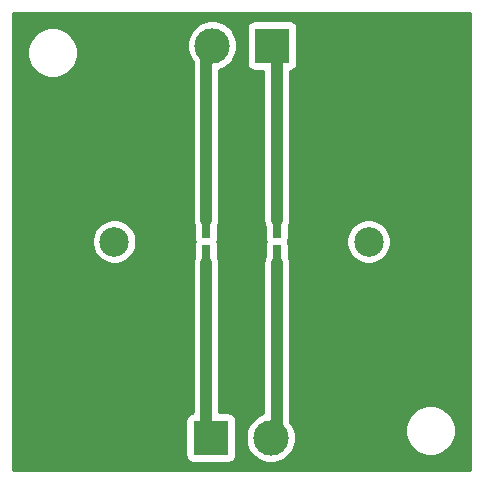
<source format=gtl>
G04 #@! TF.GenerationSoftware,KiCad,Pcbnew,5.1.4-e60b266~84~ubuntu18.04.1*
G04 #@! TF.CreationDate,2019-08-23T19:18:19+05:30*
G04 #@! TF.ProjectId,XHP70.2_breakout_rev2,58485037-302e-4325-9f62-7265616b6f75,rev?*
G04 #@! TF.SameCoordinates,Original*
G04 #@! TF.FileFunction,Copper,L1,Top*
G04 #@! TF.FilePolarity,Positive*
%FSLAX46Y46*%
G04 Gerber Fmt 4.6, Leading zero omitted, Abs format (unit mm)*
G04 Created by KiCad (PCBNEW 5.1.4-e60b266~84~ubuntu18.04.1) date 2019-08-23 19:18:19*
%MOMM*%
%LPD*%
G04 APERTURE LIST*
%ADD10R,0.700000X3.130000*%
%ADD11R,3.900000X6.760000*%
%ADD12R,3.000000X3.000000*%
%ADD13C,3.000000*%
%ADD14C,2.500000*%
%ADD15C,0.800000*%
%ADD16C,1.000000*%
%ADD17C,0.250000*%
%ADD18C,0.254000*%
G04 APERTURE END LIST*
D10*
X27000000Y-31815000D03*
X33000000Y-28185000D03*
D11*
X30000000Y-30000000D03*
D10*
X33000000Y-31815000D03*
X27000000Y-28185000D03*
D12*
X27400000Y-46600000D03*
D13*
X32480000Y-46600000D03*
X27520000Y-13400000D03*
D12*
X32600000Y-13400000D03*
D14*
X19225000Y-30000000D03*
X40775000Y-30000000D03*
D15*
X30000000Y-25500000D03*
X31000000Y-25500000D03*
X31000000Y-24500000D03*
X30000000Y-24500000D03*
X30000000Y-23500000D03*
X31000000Y-23500000D03*
X31000000Y-22500000D03*
X30000000Y-22500000D03*
X30000000Y-21500000D03*
X31000000Y-21500000D03*
X29000000Y-21500000D03*
X29000000Y-22500000D03*
X29000000Y-23500000D03*
X29000000Y-24500000D03*
X29000000Y-25500000D03*
X30000000Y-34500000D03*
X29000000Y-34500000D03*
X29000000Y-35500000D03*
X30000000Y-35500000D03*
X30000000Y-36500000D03*
X29000000Y-36500000D03*
X29000000Y-37500000D03*
X30000000Y-37500000D03*
X30000000Y-38500000D03*
X29000000Y-38500000D03*
X31000000Y-38500000D03*
X31000000Y-37500000D03*
X31000000Y-36500000D03*
X31000000Y-35500000D03*
X31000000Y-34500000D03*
D16*
X27000000Y-46200000D02*
X27400000Y-46600000D01*
X27000000Y-31815000D02*
X27000000Y-46200000D01*
X33000000Y-13800000D02*
X32600000Y-13400000D01*
X33000000Y-28185000D02*
X33000000Y-13800000D01*
D17*
X30000000Y-30000000D02*
X30000000Y-25500000D01*
X31000000Y-25500000D02*
X31000000Y-24500000D01*
X30000000Y-24500000D02*
X30000000Y-23500000D01*
X31000000Y-23500000D02*
X31000000Y-22500000D01*
X30000000Y-22500000D02*
X30000000Y-21500000D01*
X30000000Y-21500000D02*
X29000000Y-21500000D01*
X29000000Y-22500000D02*
X29000000Y-23500000D01*
X29000000Y-24500000D02*
X29000000Y-25500000D01*
X30000000Y-30000000D02*
X30000000Y-33630000D01*
X30000000Y-33630000D02*
X30000000Y-34500000D01*
X29000000Y-34500000D02*
X29000000Y-35500000D01*
X30000000Y-35500000D02*
X30000000Y-36500000D01*
X30000000Y-36500000D02*
X29000000Y-36500000D01*
X29000000Y-37500000D02*
X30000000Y-37500000D01*
X30000000Y-38500000D02*
X29000000Y-38500000D01*
X31000000Y-38500000D02*
X31000000Y-37500000D01*
X31000000Y-36500000D02*
X31000000Y-35500000D01*
X31000000Y-34500000D02*
X30000000Y-34500000D01*
D16*
X33000000Y-46080000D02*
X32480000Y-46600000D01*
X33000000Y-31815000D02*
X33000000Y-46080000D01*
X27000000Y-13920000D02*
X27520000Y-13400000D01*
X27000000Y-28185000D02*
X27000000Y-13920000D01*
D18*
G36*
X49340000Y-49340000D02*
G01*
X10660000Y-49340000D01*
X10660000Y-45100000D01*
X25261928Y-45100000D01*
X25261928Y-48100000D01*
X25274188Y-48224482D01*
X25310498Y-48344180D01*
X25369463Y-48454494D01*
X25448815Y-48551185D01*
X25545506Y-48630537D01*
X25655820Y-48689502D01*
X25775518Y-48725812D01*
X25900000Y-48738072D01*
X28900000Y-48738072D01*
X29024482Y-48725812D01*
X29144180Y-48689502D01*
X29254494Y-48630537D01*
X29351185Y-48551185D01*
X29430537Y-48454494D01*
X29489502Y-48344180D01*
X29525812Y-48224482D01*
X29538072Y-48100000D01*
X29538072Y-46389721D01*
X30345000Y-46389721D01*
X30345000Y-46810279D01*
X30427047Y-47222756D01*
X30587988Y-47611302D01*
X30821637Y-47960983D01*
X31119017Y-48258363D01*
X31468698Y-48492012D01*
X31857244Y-48652953D01*
X32269721Y-48735000D01*
X32690279Y-48735000D01*
X33102756Y-48652953D01*
X33491302Y-48492012D01*
X33840983Y-48258363D01*
X34138363Y-47960983D01*
X34372012Y-47611302D01*
X34532953Y-47222756D01*
X34615000Y-46810279D01*
X34615000Y-46389721D01*
X34532953Y-45977244D01*
X34455279Y-45789721D01*
X43865000Y-45789721D01*
X43865000Y-46210279D01*
X43947047Y-46622756D01*
X44107988Y-47011302D01*
X44341637Y-47360983D01*
X44639017Y-47658363D01*
X44988698Y-47892012D01*
X45377244Y-48052953D01*
X45789721Y-48135000D01*
X46210279Y-48135000D01*
X46622756Y-48052953D01*
X47011302Y-47892012D01*
X47360983Y-47658363D01*
X47658363Y-47360983D01*
X47892012Y-47011302D01*
X48052953Y-46622756D01*
X48135000Y-46210279D01*
X48135000Y-45789721D01*
X48052953Y-45377244D01*
X47892012Y-44988698D01*
X47658363Y-44639017D01*
X47360983Y-44341637D01*
X47011302Y-44107988D01*
X46622756Y-43947047D01*
X46210279Y-43865000D01*
X45789721Y-43865000D01*
X45377244Y-43947047D01*
X44988698Y-44107988D01*
X44639017Y-44341637D01*
X44341637Y-44639017D01*
X44107988Y-44988698D01*
X43947047Y-45377244D01*
X43865000Y-45789721D01*
X34455279Y-45789721D01*
X34372012Y-45588698D01*
X34138363Y-45239017D01*
X34135000Y-45235654D01*
X34135000Y-31759248D01*
X34118577Y-31592501D01*
X34053676Y-31378553D01*
X33988072Y-31255816D01*
X33988072Y-30250000D01*
X33975812Y-30125518D01*
X33939502Y-30005820D01*
X33936391Y-30000000D01*
X33939502Y-29994180D01*
X33975812Y-29874482D01*
X33981734Y-29814344D01*
X38890000Y-29814344D01*
X38890000Y-30185656D01*
X38962439Y-30549834D01*
X39104534Y-30892882D01*
X39310825Y-31201618D01*
X39573382Y-31464175D01*
X39882118Y-31670466D01*
X40225166Y-31812561D01*
X40589344Y-31885000D01*
X40960656Y-31885000D01*
X41324834Y-31812561D01*
X41667882Y-31670466D01*
X41976618Y-31464175D01*
X42239175Y-31201618D01*
X42445466Y-30892882D01*
X42587561Y-30549834D01*
X42660000Y-30185656D01*
X42660000Y-29814344D01*
X42587561Y-29450166D01*
X42445466Y-29107118D01*
X42239175Y-28798382D01*
X41976618Y-28535825D01*
X41667882Y-28329534D01*
X41324834Y-28187439D01*
X40960656Y-28115000D01*
X40589344Y-28115000D01*
X40225166Y-28187439D01*
X39882118Y-28329534D01*
X39573382Y-28535825D01*
X39310825Y-28798382D01*
X39104534Y-29107118D01*
X38962439Y-29450166D01*
X38890000Y-29814344D01*
X33981734Y-29814344D01*
X33988072Y-29750000D01*
X33988072Y-28744184D01*
X34053676Y-28621447D01*
X34118577Y-28407499D01*
X34135000Y-28240752D01*
X34135000Y-15534625D01*
X34224482Y-15525812D01*
X34344180Y-15489502D01*
X34454494Y-15430537D01*
X34551185Y-15351185D01*
X34630537Y-15254494D01*
X34689502Y-15144180D01*
X34725812Y-15024482D01*
X34738072Y-14900000D01*
X34738072Y-11900000D01*
X34725812Y-11775518D01*
X34689502Y-11655820D01*
X34630537Y-11545506D01*
X34551185Y-11448815D01*
X34454494Y-11369463D01*
X34344180Y-11310498D01*
X34224482Y-11274188D01*
X34100000Y-11261928D01*
X31100000Y-11261928D01*
X30975518Y-11274188D01*
X30855820Y-11310498D01*
X30745506Y-11369463D01*
X30648815Y-11448815D01*
X30569463Y-11545506D01*
X30510498Y-11655820D01*
X30474188Y-11775518D01*
X30461928Y-11900000D01*
X30461928Y-14900000D01*
X30474188Y-15024482D01*
X30510498Y-15144180D01*
X30569463Y-15254494D01*
X30648815Y-15351185D01*
X30745506Y-15430537D01*
X30855820Y-15489502D01*
X30975518Y-15525812D01*
X31100000Y-15538072D01*
X31865001Y-15538072D01*
X31865000Y-28240751D01*
X31881423Y-28407498D01*
X31946324Y-28621446D01*
X32011928Y-28744184D01*
X32011928Y-29750000D01*
X32024188Y-29874482D01*
X32060498Y-29994180D01*
X32063609Y-30000000D01*
X32060498Y-30005820D01*
X32024188Y-30125518D01*
X32011928Y-30250000D01*
X32011928Y-31255816D01*
X31946324Y-31378554D01*
X31881423Y-31592502D01*
X31865000Y-31759249D01*
X31865001Y-44545504D01*
X31857244Y-44547047D01*
X31468698Y-44707988D01*
X31119017Y-44941637D01*
X30821637Y-45239017D01*
X30587988Y-45588698D01*
X30427047Y-45977244D01*
X30345000Y-46389721D01*
X29538072Y-46389721D01*
X29538072Y-45100000D01*
X29525812Y-44975518D01*
X29489502Y-44855820D01*
X29430537Y-44745506D01*
X29351185Y-44648815D01*
X29254494Y-44569463D01*
X29144180Y-44510498D01*
X29024482Y-44474188D01*
X28900000Y-44461928D01*
X28135000Y-44461928D01*
X28135000Y-31759248D01*
X28118577Y-31592501D01*
X28053676Y-31378553D01*
X27988072Y-31255816D01*
X27988072Y-30250000D01*
X27975812Y-30125518D01*
X27939502Y-30005820D01*
X27936391Y-30000000D01*
X27939502Y-29994180D01*
X27975812Y-29874482D01*
X27988072Y-29750000D01*
X27988072Y-28744184D01*
X28053676Y-28621447D01*
X28118577Y-28407499D01*
X28135000Y-28240752D01*
X28135000Y-15454496D01*
X28142756Y-15452953D01*
X28531302Y-15292012D01*
X28880983Y-15058363D01*
X29178363Y-14760983D01*
X29412012Y-14411302D01*
X29572953Y-14022756D01*
X29655000Y-13610279D01*
X29655000Y-13189721D01*
X29572953Y-12777244D01*
X29412012Y-12388698D01*
X29178363Y-12039017D01*
X28880983Y-11741637D01*
X28531302Y-11507988D01*
X28142756Y-11347047D01*
X27730279Y-11265000D01*
X27309721Y-11265000D01*
X26897244Y-11347047D01*
X26508698Y-11507988D01*
X26159017Y-11741637D01*
X25861637Y-12039017D01*
X25627988Y-12388698D01*
X25467047Y-12777244D01*
X25385000Y-13189721D01*
X25385000Y-13610279D01*
X25467047Y-14022756D01*
X25627988Y-14411302D01*
X25861637Y-14760983D01*
X25865001Y-14764347D01*
X25865000Y-28240751D01*
X25881423Y-28407498D01*
X25946324Y-28621446D01*
X26011928Y-28744184D01*
X26011928Y-29750000D01*
X26024188Y-29874482D01*
X26060498Y-29994180D01*
X26063609Y-30000000D01*
X26060498Y-30005820D01*
X26024188Y-30125518D01*
X26011928Y-30250000D01*
X26011928Y-31255816D01*
X25946324Y-31378554D01*
X25881423Y-31592502D01*
X25865000Y-31759249D01*
X25865001Y-44465375D01*
X25775518Y-44474188D01*
X25655820Y-44510498D01*
X25545506Y-44569463D01*
X25448815Y-44648815D01*
X25369463Y-44745506D01*
X25310498Y-44855820D01*
X25274188Y-44975518D01*
X25261928Y-45100000D01*
X10660000Y-45100000D01*
X10660000Y-29814344D01*
X17340000Y-29814344D01*
X17340000Y-30185656D01*
X17412439Y-30549834D01*
X17554534Y-30892882D01*
X17760825Y-31201618D01*
X18023382Y-31464175D01*
X18332118Y-31670466D01*
X18675166Y-31812561D01*
X19039344Y-31885000D01*
X19410656Y-31885000D01*
X19774834Y-31812561D01*
X20117882Y-31670466D01*
X20426618Y-31464175D01*
X20689175Y-31201618D01*
X20895466Y-30892882D01*
X21037561Y-30549834D01*
X21110000Y-30185656D01*
X21110000Y-29814344D01*
X21037561Y-29450166D01*
X20895466Y-29107118D01*
X20689175Y-28798382D01*
X20426618Y-28535825D01*
X20117882Y-28329534D01*
X19774834Y-28187439D01*
X19410656Y-28115000D01*
X19039344Y-28115000D01*
X18675166Y-28187439D01*
X18332118Y-28329534D01*
X18023382Y-28535825D01*
X17760825Y-28798382D01*
X17554534Y-29107118D01*
X17412439Y-29450166D01*
X17340000Y-29814344D01*
X10660000Y-29814344D01*
X10660000Y-13789721D01*
X11865000Y-13789721D01*
X11865000Y-14210279D01*
X11947047Y-14622756D01*
X12107988Y-15011302D01*
X12341637Y-15360983D01*
X12639017Y-15658363D01*
X12988698Y-15892012D01*
X13377244Y-16052953D01*
X13789721Y-16135000D01*
X14210279Y-16135000D01*
X14622756Y-16052953D01*
X15011302Y-15892012D01*
X15360983Y-15658363D01*
X15658363Y-15360983D01*
X15892012Y-15011302D01*
X16052953Y-14622756D01*
X16135000Y-14210279D01*
X16135000Y-13789721D01*
X16052953Y-13377244D01*
X15892012Y-12988698D01*
X15658363Y-12639017D01*
X15360983Y-12341637D01*
X15011302Y-12107988D01*
X14622756Y-11947047D01*
X14210279Y-11865000D01*
X13789721Y-11865000D01*
X13377244Y-11947047D01*
X12988698Y-12107988D01*
X12639017Y-12341637D01*
X12341637Y-12639017D01*
X12107988Y-12988698D01*
X11947047Y-13377244D01*
X11865000Y-13789721D01*
X10660000Y-13789721D01*
X10660000Y-10660000D01*
X49340001Y-10660000D01*
X49340000Y-49340000D01*
X49340000Y-49340000D01*
G37*
X49340000Y-49340000D02*
X10660000Y-49340000D01*
X10660000Y-45100000D01*
X25261928Y-45100000D01*
X25261928Y-48100000D01*
X25274188Y-48224482D01*
X25310498Y-48344180D01*
X25369463Y-48454494D01*
X25448815Y-48551185D01*
X25545506Y-48630537D01*
X25655820Y-48689502D01*
X25775518Y-48725812D01*
X25900000Y-48738072D01*
X28900000Y-48738072D01*
X29024482Y-48725812D01*
X29144180Y-48689502D01*
X29254494Y-48630537D01*
X29351185Y-48551185D01*
X29430537Y-48454494D01*
X29489502Y-48344180D01*
X29525812Y-48224482D01*
X29538072Y-48100000D01*
X29538072Y-46389721D01*
X30345000Y-46389721D01*
X30345000Y-46810279D01*
X30427047Y-47222756D01*
X30587988Y-47611302D01*
X30821637Y-47960983D01*
X31119017Y-48258363D01*
X31468698Y-48492012D01*
X31857244Y-48652953D01*
X32269721Y-48735000D01*
X32690279Y-48735000D01*
X33102756Y-48652953D01*
X33491302Y-48492012D01*
X33840983Y-48258363D01*
X34138363Y-47960983D01*
X34372012Y-47611302D01*
X34532953Y-47222756D01*
X34615000Y-46810279D01*
X34615000Y-46389721D01*
X34532953Y-45977244D01*
X34455279Y-45789721D01*
X43865000Y-45789721D01*
X43865000Y-46210279D01*
X43947047Y-46622756D01*
X44107988Y-47011302D01*
X44341637Y-47360983D01*
X44639017Y-47658363D01*
X44988698Y-47892012D01*
X45377244Y-48052953D01*
X45789721Y-48135000D01*
X46210279Y-48135000D01*
X46622756Y-48052953D01*
X47011302Y-47892012D01*
X47360983Y-47658363D01*
X47658363Y-47360983D01*
X47892012Y-47011302D01*
X48052953Y-46622756D01*
X48135000Y-46210279D01*
X48135000Y-45789721D01*
X48052953Y-45377244D01*
X47892012Y-44988698D01*
X47658363Y-44639017D01*
X47360983Y-44341637D01*
X47011302Y-44107988D01*
X46622756Y-43947047D01*
X46210279Y-43865000D01*
X45789721Y-43865000D01*
X45377244Y-43947047D01*
X44988698Y-44107988D01*
X44639017Y-44341637D01*
X44341637Y-44639017D01*
X44107988Y-44988698D01*
X43947047Y-45377244D01*
X43865000Y-45789721D01*
X34455279Y-45789721D01*
X34372012Y-45588698D01*
X34138363Y-45239017D01*
X34135000Y-45235654D01*
X34135000Y-31759248D01*
X34118577Y-31592501D01*
X34053676Y-31378553D01*
X33988072Y-31255816D01*
X33988072Y-30250000D01*
X33975812Y-30125518D01*
X33939502Y-30005820D01*
X33936391Y-30000000D01*
X33939502Y-29994180D01*
X33975812Y-29874482D01*
X33981734Y-29814344D01*
X38890000Y-29814344D01*
X38890000Y-30185656D01*
X38962439Y-30549834D01*
X39104534Y-30892882D01*
X39310825Y-31201618D01*
X39573382Y-31464175D01*
X39882118Y-31670466D01*
X40225166Y-31812561D01*
X40589344Y-31885000D01*
X40960656Y-31885000D01*
X41324834Y-31812561D01*
X41667882Y-31670466D01*
X41976618Y-31464175D01*
X42239175Y-31201618D01*
X42445466Y-30892882D01*
X42587561Y-30549834D01*
X42660000Y-30185656D01*
X42660000Y-29814344D01*
X42587561Y-29450166D01*
X42445466Y-29107118D01*
X42239175Y-28798382D01*
X41976618Y-28535825D01*
X41667882Y-28329534D01*
X41324834Y-28187439D01*
X40960656Y-28115000D01*
X40589344Y-28115000D01*
X40225166Y-28187439D01*
X39882118Y-28329534D01*
X39573382Y-28535825D01*
X39310825Y-28798382D01*
X39104534Y-29107118D01*
X38962439Y-29450166D01*
X38890000Y-29814344D01*
X33981734Y-29814344D01*
X33988072Y-29750000D01*
X33988072Y-28744184D01*
X34053676Y-28621447D01*
X34118577Y-28407499D01*
X34135000Y-28240752D01*
X34135000Y-15534625D01*
X34224482Y-15525812D01*
X34344180Y-15489502D01*
X34454494Y-15430537D01*
X34551185Y-15351185D01*
X34630537Y-15254494D01*
X34689502Y-15144180D01*
X34725812Y-15024482D01*
X34738072Y-14900000D01*
X34738072Y-11900000D01*
X34725812Y-11775518D01*
X34689502Y-11655820D01*
X34630537Y-11545506D01*
X34551185Y-11448815D01*
X34454494Y-11369463D01*
X34344180Y-11310498D01*
X34224482Y-11274188D01*
X34100000Y-11261928D01*
X31100000Y-11261928D01*
X30975518Y-11274188D01*
X30855820Y-11310498D01*
X30745506Y-11369463D01*
X30648815Y-11448815D01*
X30569463Y-11545506D01*
X30510498Y-11655820D01*
X30474188Y-11775518D01*
X30461928Y-11900000D01*
X30461928Y-14900000D01*
X30474188Y-15024482D01*
X30510498Y-15144180D01*
X30569463Y-15254494D01*
X30648815Y-15351185D01*
X30745506Y-15430537D01*
X30855820Y-15489502D01*
X30975518Y-15525812D01*
X31100000Y-15538072D01*
X31865001Y-15538072D01*
X31865000Y-28240751D01*
X31881423Y-28407498D01*
X31946324Y-28621446D01*
X32011928Y-28744184D01*
X32011928Y-29750000D01*
X32024188Y-29874482D01*
X32060498Y-29994180D01*
X32063609Y-30000000D01*
X32060498Y-30005820D01*
X32024188Y-30125518D01*
X32011928Y-30250000D01*
X32011928Y-31255816D01*
X31946324Y-31378554D01*
X31881423Y-31592502D01*
X31865000Y-31759249D01*
X31865001Y-44545504D01*
X31857244Y-44547047D01*
X31468698Y-44707988D01*
X31119017Y-44941637D01*
X30821637Y-45239017D01*
X30587988Y-45588698D01*
X30427047Y-45977244D01*
X30345000Y-46389721D01*
X29538072Y-46389721D01*
X29538072Y-45100000D01*
X29525812Y-44975518D01*
X29489502Y-44855820D01*
X29430537Y-44745506D01*
X29351185Y-44648815D01*
X29254494Y-44569463D01*
X29144180Y-44510498D01*
X29024482Y-44474188D01*
X28900000Y-44461928D01*
X28135000Y-44461928D01*
X28135000Y-31759248D01*
X28118577Y-31592501D01*
X28053676Y-31378553D01*
X27988072Y-31255816D01*
X27988072Y-30250000D01*
X27975812Y-30125518D01*
X27939502Y-30005820D01*
X27936391Y-30000000D01*
X27939502Y-29994180D01*
X27975812Y-29874482D01*
X27988072Y-29750000D01*
X27988072Y-28744184D01*
X28053676Y-28621447D01*
X28118577Y-28407499D01*
X28135000Y-28240752D01*
X28135000Y-15454496D01*
X28142756Y-15452953D01*
X28531302Y-15292012D01*
X28880983Y-15058363D01*
X29178363Y-14760983D01*
X29412012Y-14411302D01*
X29572953Y-14022756D01*
X29655000Y-13610279D01*
X29655000Y-13189721D01*
X29572953Y-12777244D01*
X29412012Y-12388698D01*
X29178363Y-12039017D01*
X28880983Y-11741637D01*
X28531302Y-11507988D01*
X28142756Y-11347047D01*
X27730279Y-11265000D01*
X27309721Y-11265000D01*
X26897244Y-11347047D01*
X26508698Y-11507988D01*
X26159017Y-11741637D01*
X25861637Y-12039017D01*
X25627988Y-12388698D01*
X25467047Y-12777244D01*
X25385000Y-13189721D01*
X25385000Y-13610279D01*
X25467047Y-14022756D01*
X25627988Y-14411302D01*
X25861637Y-14760983D01*
X25865001Y-14764347D01*
X25865000Y-28240751D01*
X25881423Y-28407498D01*
X25946324Y-28621446D01*
X26011928Y-28744184D01*
X26011928Y-29750000D01*
X26024188Y-29874482D01*
X26060498Y-29994180D01*
X26063609Y-30000000D01*
X26060498Y-30005820D01*
X26024188Y-30125518D01*
X26011928Y-30250000D01*
X26011928Y-31255816D01*
X25946324Y-31378554D01*
X25881423Y-31592502D01*
X25865000Y-31759249D01*
X25865001Y-44465375D01*
X25775518Y-44474188D01*
X25655820Y-44510498D01*
X25545506Y-44569463D01*
X25448815Y-44648815D01*
X25369463Y-44745506D01*
X25310498Y-44855820D01*
X25274188Y-44975518D01*
X25261928Y-45100000D01*
X10660000Y-45100000D01*
X10660000Y-29814344D01*
X17340000Y-29814344D01*
X17340000Y-30185656D01*
X17412439Y-30549834D01*
X17554534Y-30892882D01*
X17760825Y-31201618D01*
X18023382Y-31464175D01*
X18332118Y-31670466D01*
X18675166Y-31812561D01*
X19039344Y-31885000D01*
X19410656Y-31885000D01*
X19774834Y-31812561D01*
X20117882Y-31670466D01*
X20426618Y-31464175D01*
X20689175Y-31201618D01*
X20895466Y-30892882D01*
X21037561Y-30549834D01*
X21110000Y-30185656D01*
X21110000Y-29814344D01*
X21037561Y-29450166D01*
X20895466Y-29107118D01*
X20689175Y-28798382D01*
X20426618Y-28535825D01*
X20117882Y-28329534D01*
X19774834Y-28187439D01*
X19410656Y-28115000D01*
X19039344Y-28115000D01*
X18675166Y-28187439D01*
X18332118Y-28329534D01*
X18023382Y-28535825D01*
X17760825Y-28798382D01*
X17554534Y-29107118D01*
X17412439Y-29450166D01*
X17340000Y-29814344D01*
X10660000Y-29814344D01*
X10660000Y-13789721D01*
X11865000Y-13789721D01*
X11865000Y-14210279D01*
X11947047Y-14622756D01*
X12107988Y-15011302D01*
X12341637Y-15360983D01*
X12639017Y-15658363D01*
X12988698Y-15892012D01*
X13377244Y-16052953D01*
X13789721Y-16135000D01*
X14210279Y-16135000D01*
X14622756Y-16052953D01*
X15011302Y-15892012D01*
X15360983Y-15658363D01*
X15658363Y-15360983D01*
X15892012Y-15011302D01*
X16052953Y-14622756D01*
X16135000Y-14210279D01*
X16135000Y-13789721D01*
X16052953Y-13377244D01*
X15892012Y-12988698D01*
X15658363Y-12639017D01*
X15360983Y-12341637D01*
X15011302Y-12107988D01*
X14622756Y-11947047D01*
X14210279Y-11865000D01*
X13789721Y-11865000D01*
X13377244Y-11947047D01*
X12988698Y-12107988D01*
X12639017Y-12341637D01*
X12341637Y-12639017D01*
X12107988Y-12988698D01*
X11947047Y-13377244D01*
X11865000Y-13789721D01*
X10660000Y-13789721D01*
X10660000Y-10660000D01*
X49340001Y-10660000D01*
X49340000Y-49340000D01*
M02*

</source>
